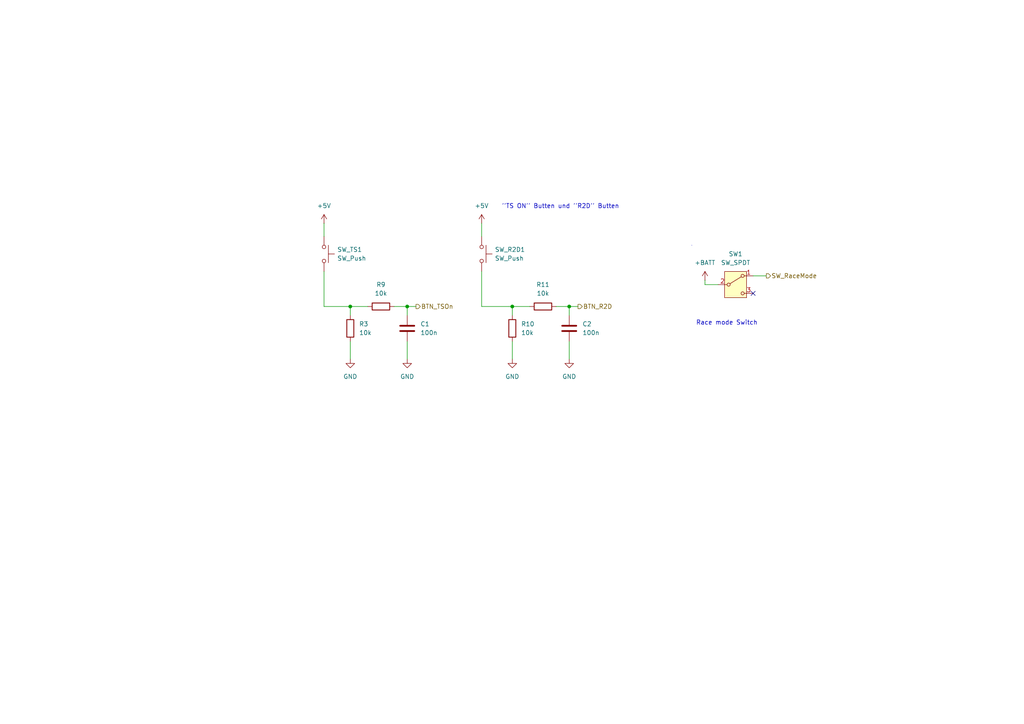
<source format=kicad_sch>
(kicad_sch (version 20231120) (generator "eeschema") (generator_version "8.0")
  (paper "A4")
  (lib_symbols
    (symbol "Device:C" (pin_numbers hide) (pin_names (offset 0.254))
      (property "Reference" "C" (at 0.635 2.54 0))
      (property "Value" "C" (at 0.635 -2.54 0))
      (symbol "C_0_1"
        (polyline (pts (xy -2.032 -0.762) (xy 2.032 -0.762)) (stroke (width 0.508)))
        (polyline (pts (xy -2.032 0.762) (xy 2.032 0.762)) (stroke (width 0.508)))
      )
      (symbol "C_1_1"
        (pin passive line (at 0 3.81 270) (length 2.794) (name "~") (number "1"))
        (pin passive line (at 0 -3.81 90) (length 2.794) (name "~") (number "2"))
      )
    )
    (symbol "Device:R" (pin_numbers hide) (pin_names (offset 0))
      (property "Reference" "R" (at 2.032 0 90))
      (property "Value" "R" (at 0 0 90))
      (symbol "R_0_1"
        (rectangle (start -1.016 -2.54) (end 1.016 2.54) (stroke (width 0.254)))
      )
      (symbol "R_1_1"
        (pin passive line (at 0 3.81 270) (length 1.27) (name "~") (number "1"))
        (pin passive line (at 0 -3.81 90) (length 1.27) (name "~") (number "2"))
      )
    )
    (symbol "Switch:SW_Push" (pin_numbers hide) (pin_names (offset 1.016) hide)
      (property "Reference" "SW" (at 1.27 2.54 0))
      (property "Value" "SW_Push" (at 0 -1.524 0))
      (symbol "SW_Push_0_1"
        (circle (center -2.032 0) (radius 0.508))
        (polyline (pts (xy 0 1.27) (xy 0 3.048)))
        (polyline (pts (xy 2.54 1.27) (xy -2.54 1.27)))
        (circle (center 2.032 0) (radius 0.508))
        (pin passive line (at -5.08 0 0) (length 2.54) (name "1") (number "1"))
        (pin passive line (at 5.08 0 180) (length 2.54) (name "2") (number "2"))
      )
    )
    (symbol "Switch:SW_SPDT" (pin_names (offset 0) hide)
      (property "Reference" "SW" (at 0 5.08 0))
      (property "Value" "SW_SPDT" (at 0 -5.08 0))
      (symbol "SW_SPDT_0_1"
        (circle (center -2.032 0) (radius 0.4572))
        (polyline (pts (xy -1.651 0.254) (xy 1.651 2.286)))
        (circle (center 2.032 -2.54) (radius 0.4572))
        (circle (center 2.032 2.54) (radius 0.4572))
      )
      (symbol "SW_SPDT_1_1"
        (rectangle (start -3.175 3.81) (end 3.175 -3.81) (fill (type background)))
        (pin passive line (at 5.08 2.54 180) (length 2.54) (name "A") (number "1"))
        (pin passive line (at -5.08 0 0) (length 2.54) (name "B") (number "2"))
        (pin passive line (at 5.08 -2.54 180) (length 2.54) (name "C") (number "3"))
      )
    )
    (symbol "power:+5V" (power) (pin_numbers hide) (pin_names (offset 0) hide)
      (property "Value" "+5V" (at 0 3.556 0))
      (symbol "+5V_0_1"
        (polyline (pts (xy -0.762 1.27) (xy 0 2.54)))
        (polyline (pts (xy 0 0) (xy 0 2.54)))
        (polyline (pts (xy 0 2.54) (xy 0.762 1.27)))
      )
      (symbol "+5V_1_1"
        (pin power_in line (at 0 0 90) (length 0) (name "~") (number "1"))
      )
    )
    (symbol "power:+BATT" (power) (pin_numbers hide) (pin_names (offset 0) hide)
      (property "Value" "+BATT" (at 0 3.556 0))
      (symbol "+BATT_0_1"
        (polyline (pts (xy -0.762 1.27) (xy 0 2.54)))
        (polyline (pts (xy 0 0) (xy 0 2.54)))
        (polyline (pts (xy 0 2.54) (xy 0.762 1.27)))
      )
      (symbol "+BATT_1_1"
        (pin power_in line (at 0 0 90) (length 0) (name "~") (number "1"))
      )
    )
    (symbol "power:GND" (power) (pin_numbers hide) (pin_names (offset 0) hide)
      (property "Value" "GND" (at 0 -3.81 0))
      (symbol "GND_0_1"
        (polyline (pts (xy 0 0) (xy 0 -1.27) (xy 1.27 -1.27) (xy 0 -2.54) (xy -1.27 -1.27) (xy 0 -1.27)))
      )
      (symbol "GND_1_1"
        (pin power_in line (at 0 0 270) (length 0) (name "~") (number "1"))
      )
    )
  )
  (junction (at 165.1 88.9))
  (junction (at 101.6 88.9))
  (junction (at 148.59 88.9))
  (junction (at 118.11 88.9))
  (no_connect (at 218.44 85.09))
  (wire (pts (xy 114.3 88.9) (xy 118.11 88.9)))
  (wire (pts (xy 139.7 78.74) (xy 139.7 88.9)))
  (wire (pts (xy 93.98 88.9) (xy 101.6 88.9)))
  (wire (pts (xy 101.6 88.9) (xy 106.68 88.9)))
  (wire (pts (xy 165.1 99.06) (xy 165.1 104.14)))
  (wire (pts (xy 93.98 64.77) (xy 93.98 68.58)))
  (wire (pts (xy 101.6 99.06) (xy 101.6 104.14)))
  (wire (pts (xy 204.47 82.55) (xy 208.28 82.55)))
  (wire (pts (xy 139.7 64.77) (xy 139.7 68.58)))
  (wire (pts (xy 139.7 88.9) (xy 148.59 88.9)))
  (wire (pts (xy 148.59 88.9) (xy 148.59 91.44)))
  (wire (pts (xy 101.6 88.9) (xy 101.6 91.44)))
  (wire (pts (xy 118.11 99.06) (xy 118.11 104.14)))
  (wire (pts (xy 93.98 78.74) (xy 93.98 88.9)))
  (wire (pts (xy 161.29 88.9) (xy 165.1 88.9)))
  (wire (pts (xy 118.11 88.9) (xy 120.65 88.9)))
  (wire (pts (xy 165.1 88.9) (xy 165.1 91.44)))
  (wire (pts (xy 148.59 99.06) (xy 148.59 104.14)))
  (wire (pts (xy 165.1 88.9) (xy 167.64 88.9)))
  (wire (pts (xy 218.44 80.01) (xy 222.25 80.01)))
  (wire (pts (xy 148.59 88.9) (xy 153.67 88.9)))
  (wire (pts (xy 204.47 81.28) (xy 204.47 82.55)))
  (wire (pts (xy 118.11 88.9) (xy 118.11 91.44)))
  (rectangle (start 200.66 71.12) (end 200.66 71.12))
  (text "Race mode Switch" (at 210.82 93.726 0) (effects (font (size 1.27 1.27))))
  (text "''TS ON'' Butten und ''R2D'' Butten" (at 162.56 59.944 0) (effects (font (size 1.27 1.27))))
  (hierarchical_label "BTN_R2D" (shape output) (at 167.64 88.9 0))
  (hierarchical_label "SW_RaceMode" (shape output) (at 222.25 80.01 0))
  (hierarchical_label "BTN_TSOn" (shape output) (at 120.65 88.9 0))
  (symbol (lib_id "Switch:SW_Push") (at 93.98 73.66 270) (unit 1)
    (property "Reference" "SW_TS1" (at 97.79 72.3899 90) (effects (justify left)))
    (property "Value" "SW_Push" (at 97.79 74.9299 90) (effects (justify left)))
    (property "Description" "Push button switch, generic, two pins" (effects (hide yes)))
  )
  (symbol (lib_id "power:GND") (at 118.11 104.14 0) (unit 1)
    (property "Reference" "#PWR07" (effects (hide yes)))
    (property "Value" "GND" (at 118.11 109.22 0))
    (property "Description" "Power symbol creates a global label with name \"GND\" , ground" (effects (hide yes)))
  )
  (symbol (lib_id "Switch:SW_SPDT") (at 213.36 82.55 0) (unit 1)
    (property "Reference" "SW1" (at 213.36 73.66 0))
    (property "Value" "SW_SPDT" (at 213.36 76.2 0))
    (property "Description" "Switch, single pole double throw" (effects (hide yes)))
  )
  (symbol (lib_id "Device:C") (at 118.11 95.25 0) (unit 1)
    (property "Reference" "C1" (at 121.92 93.9799 0) (effects (justify left)))
    (property "Value" "100n" (at 121.92 96.5199 0) (effects (justify left)))
    (property "Description" "Unpolarized capacitor" (effects (hide yes)))
  )
  (symbol (lib_id "Switch:SW_Push") (at 139.7 73.66 270) (unit 1)
    (property "Reference" "SW_R2D1" (at 143.51 72.3899 90) (effects (justify left)))
    (property "Value" "SW_Push" (at 143.51 74.9299 90) (effects (justify left)))
    (property "Description" "Push button switch, generic, two pins" (effects (hide yes)))
  )
  (symbol (lib_id "power:+5V") (at 139.7 64.77 0) (unit 1)
    (property "Reference" "#PWR08" (effects (hide yes)))
    (property "Value" "+5V" (at 139.7 59.69 0))
    (property "Description" "Power symbol creates a global label with name \"+5V\"" (effects (hide yes)))
  )
  (symbol (lib_id "power:GND") (at 101.6 104.14 0) (unit 1)
    (property "Reference" "#PWR06" (effects (hide yes)))
    (property "Value" "GND" (at 101.6 109.22 0))
    (property "Description" "Power symbol creates a global label with name \"GND\" , ground" (effects (hide yes)))
  )
  (symbol (lib_id "Device:C") (at 165.1 95.25 0) (unit 1)
    (property "Reference" "C2" (at 168.91 93.9799 0) (effects (justify left)))
    (property "Value" "100n" (at 168.91 96.5199 0) (effects (justify left)))
    (property "Description" "Unpolarized capacitor" (effects (hide yes)))
  )
  (symbol (lib_id "Device:R") (at 101.6 95.25 0) (unit 1)
    (property "Reference" "R3" (at 104.14 93.9799 0) (effects (justify left)))
    (property "Value" "10k" (at 104.14 96.5199 0) (effects (justify left)))
    (property "Description" "Resistor" (effects (hide yes)))
  )
  (symbol (lib_id "power:+5V") (at 93.98 64.77 0) (unit 1)
    (property "Reference" "#PWR05" (effects (hide yes)))
    (property "Value" "+5V" (at 93.98 59.69 0))
    (property "Description" "Power symbol creates a global label with name \"+5V\"" (effects (hide yes)))
  )
  (symbol (lib_id "Device:R") (at 157.48 88.9 270) (unit 1)
    (property "Reference" "R11" (at 157.48 82.55 90))
    (property "Value" "10k" (at 157.48 85.09 90))
    (property "Description" "Resistor" (effects (hide yes)))
  )
  (symbol (lib_id "Device:R") (at 148.59 95.25 0) (unit 1)
    (property "Reference" "R10" (at 151.13 93.9799 0) (effects (justify left)))
    (property "Value" "10k" (at 151.13 96.5199 0) (effects (justify left)))
    (property "Description" "Resistor" (effects (hide yes)))
  )
  (symbol (lib_id "power:GND") (at 165.1 104.14 0) (unit 1)
    (property "Reference" "#PWR010" (effects (hide yes)))
    (property "Value" "GND" (at 165.1 109.22 0))
    (property "Description" "Power symbol creates a global label with name \"GND\" , ground" (effects (hide yes)))
  )
  (symbol (lib_id "Device:R") (at 110.49 88.9 270) (unit 1)
    (property "Reference" "R9" (at 110.49 82.55 90))
    (property "Value" "10k" (at 110.49 85.09 90))
    (property "Description" "Resistor" (effects (hide yes)))
  )
  (symbol (lib_id "power:+BATT") (at 204.47 81.28 0) (unit 1)
    (property "Reference" "#PWR01" (effects (hide yes)))
    (property "Value" "+BATT" (at 204.47 76.2 0))
    (property "Description" "Power symbol creates a global label with name \"+BATT\"" (effects (hide yes)))
  )
  (symbol (lib_id "power:GND") (at 148.59 104.14 0) (unit 1)
    (property "Reference" "#PWR09" (effects (hide yes)))
    (property "Value" "GND" (at 148.59 109.22 0))
    (property "Description" "Power symbol creates a global label with name \"GND\" , ground" (effects (hide yes)))
  )
)
</source>
